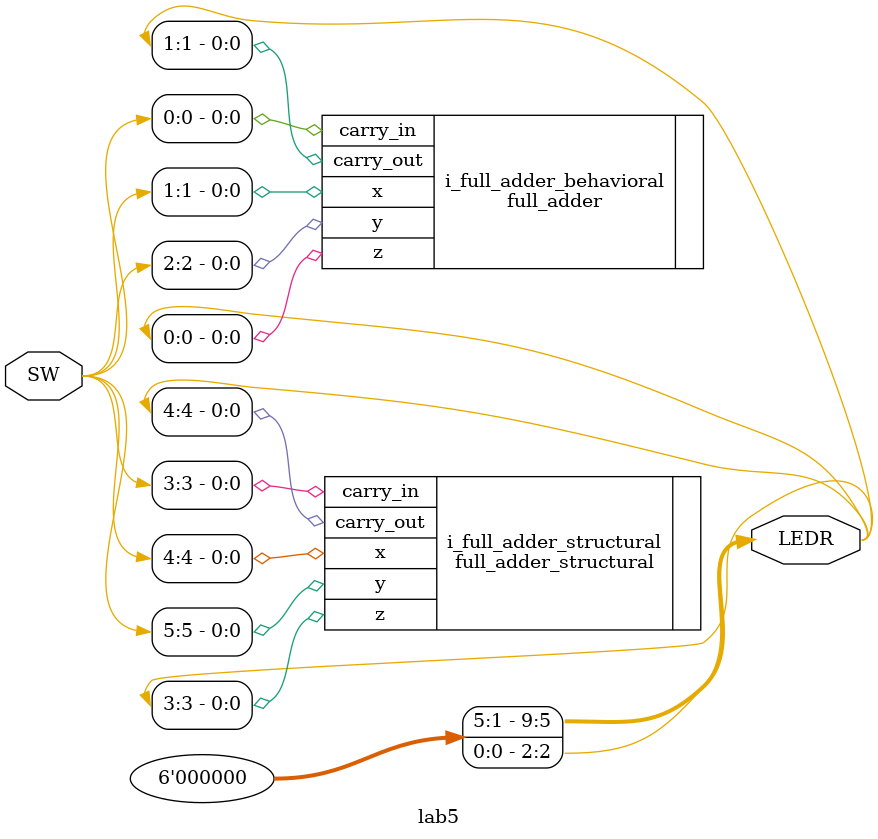
<source format=v>

module lab5
(
    input  [9:0] SW,
    output [9:0] LEDR
);

	full_adder i_full_adder_behavioral
    (
        .carry_in (SW[0]  ),
        .x        (SW[1]  ),
        .y        (SW[2]  ),
        .z        (LEDR[0]),
        .carry_out(LEDR[1])
    );
    
    full_adder_structural i_full_adder_structural
    (
        .carry_in (SW[3] ),
        .x        (SW[4]  ),
        .y        (SW[5]  ),
        .z        (LEDR[3]),
        .carry_out(LEDR[4])
    );
    
    assign LEDR[2]   = 0;
    assign LEDR[9:5] = 0;

endmodule

</source>
